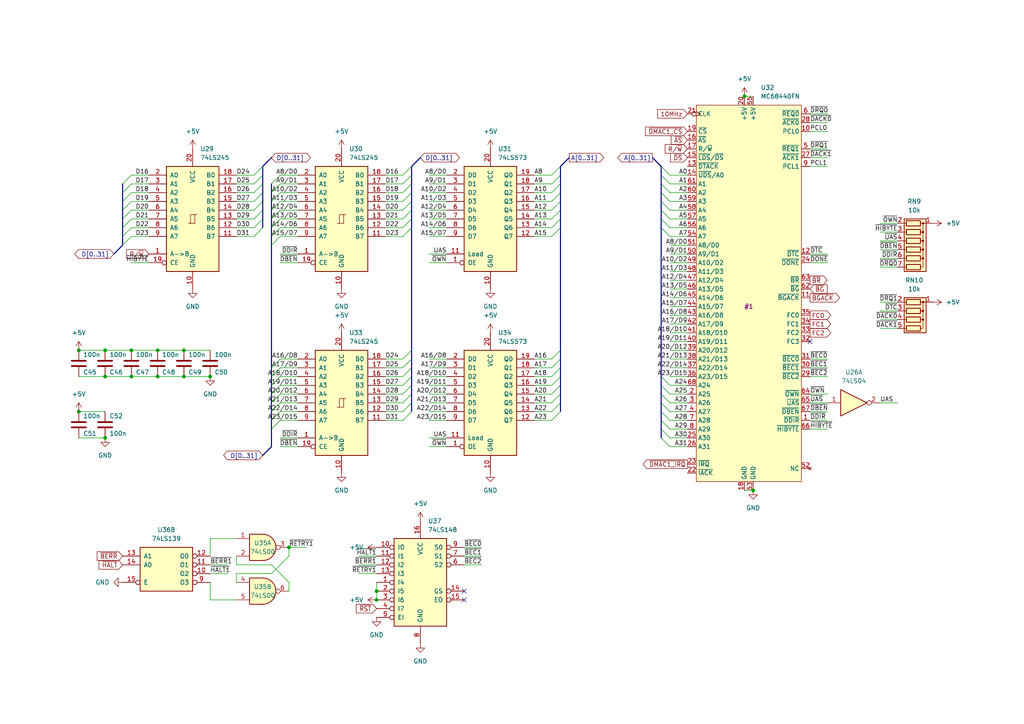
<source format=kicad_sch>
(kicad_sch (version 20230121) (generator eeschema)
  (paper "A4")
  (junction (at 30.48 101.6))
  (junction (at 30.48 127))
  (junction (at 83.82 158.75))
  (junction (at 109.22 171.45))
  (junction (at 38.1 109.22))
  (junction (at 45.72 109.22))
  (junction (at 109.22 173.99))
  (junction (at 45.72 101.6))
  (junction (at 22.86 119.38))
  (junction (at 30.48 109.22))
  (junction (at 218.44 142.24))
  (junction (at 53.34 109.22))
  (junction (at 215.9 27.94))
  (junction (at 53.34 101.6))
  (junction (at 22.86 101.6))
  (junction (at 60.96 109.22))
  (junction (at 38.1 101.6))
  (no_connect (at 134.62 173.99))
  (no_connect (at 234.95 99.06))
  (no_connect (at 134.62 171.45))
  (bus_entry (at 73.66 63.5) (size 2.54 -2.54))
  (bus_entry (at 81.28 66.04) (size -2.54 2.54))
  (bus_entry (at 81.28 119.38) (size -2.54 2.54))
  (bus_entry (at 81.28 114.3) (size -2.54 2.54))
  (bus_entry (at 160.02 63.5) (size 2.54 -2.54))
  (bus_entry (at 160.02 60.96) (size 2.54 -2.54))
  (bus_entry (at 81.28 60.96) (size -2.54 2.54))
  (bus_entry (at 116.84 53.34) (size 2.54 -2.54))
  (bus_entry (at 160.02 106.68) (size 2.54 -2.54))
  (bus_entry (at 116.84 66.04) (size 2.54 -2.54))
  (bus_entry (at 194.31 127) (size -2.54 -2.54))
  (bus_entry (at 81.28 111.76) (size -2.54 2.54))
  (bus_entry (at 160.02 55.88) (size 2.54 -2.54))
  (bus_entry (at 194.31 129.54) (size -2.54 -2.54))
  (bus_entry (at 73.66 58.42) (size 2.54 -2.54))
  (bus_entry (at 194.31 119.38) (size -2.54 -2.54))
  (bus_entry (at 116.84 106.68) (size 2.54 -2.54))
  (bus_entry (at 81.28 109.22) (size -2.54 2.54))
  (bus_entry (at 38.1 55.88) (size -2.54 2.54))
  (bus_entry (at 116.84 50.8) (size 2.54 -2.54))
  (bus_entry (at 194.31 114.3) (size -2.54 -2.54))
  (bus_entry (at 73.66 68.58) (size 2.54 -2.54))
  (bus_entry (at 116.84 116.84) (size 2.54 -2.54))
  (bus_entry (at 116.84 109.22) (size 2.54 -2.54))
  (bus_entry (at 38.1 53.34) (size -2.54 2.54))
  (bus_entry (at 81.28 68.58) (size -2.54 2.54))
  (bus_entry (at 194.31 124.46) (size -2.54 -2.54))
  (bus_entry (at 38.1 66.04) (size -2.54 2.54))
  (bus_entry (at 81.28 106.68) (size -2.54 2.54))
  (bus_entry (at 194.31 58.42) (size -2.54 -2.54))
  (bus_entry (at 116.84 60.96) (size 2.54 -2.54))
  (bus_entry (at 116.84 63.5) (size 2.54 -2.54))
  (bus_entry (at 160.02 116.84) (size 2.54 -2.54))
  (bus_entry (at 81.28 104.14) (size -2.54 2.54))
  (bus_entry (at 81.28 50.8) (size -2.54 2.54))
  (bus_entry (at 194.31 53.34) (size -2.54 -2.54))
  (bus_entry (at 160.02 53.34) (size 2.54 -2.54))
  (bus_entry (at 116.84 68.58) (size 2.54 -2.54))
  (bus_entry (at 194.31 55.88) (size -2.54 -2.54))
  (bus_entry (at 160.02 66.04) (size 2.54 -2.54))
  (bus_entry (at 116.84 55.88) (size 2.54 -2.54))
  (bus_entry (at 194.31 111.76) (size -2.54 -2.54))
  (bus_entry (at 194.31 68.58) (size -2.54 -2.54))
  (bus_entry (at 81.28 121.92) (size -2.54 2.54))
  (bus_entry (at 38.1 50.8) (size -2.54 2.54))
  (bus_entry (at 116.84 119.38) (size 2.54 -2.54))
  (bus_entry (at 116.84 121.92) (size 2.54 -2.54))
  (bus_entry (at 194.31 116.84) (size -2.54 -2.54))
  (bus_entry (at 81.28 116.84) (size -2.54 2.54))
  (bus_entry (at 38.1 60.96) (size -2.54 2.54))
  (bus_entry (at 116.84 58.42) (size 2.54 -2.54))
  (bus_entry (at 160.02 50.8) (size 2.54 -2.54))
  (bus_entry (at 160.02 58.42) (size 2.54 -2.54))
  (bus_entry (at 160.02 109.22) (size 2.54 -2.54))
  (bus_entry (at 160.02 68.58) (size 2.54 -2.54))
  (bus_entry (at 38.1 63.5) (size -2.54 2.54))
  (bus_entry (at 194.31 50.8) (size -2.54 -2.54))
  (bus_entry (at 73.66 66.04) (size 2.54 -2.54))
  (bus_entry (at 116.84 114.3) (size 2.54 -2.54))
  (bus_entry (at 194.31 121.92) (size -2.54 -2.54))
  (bus_entry (at 160.02 111.76) (size 2.54 -2.54))
  (bus_entry (at 116.84 111.76) (size 2.54 -2.54))
  (bus_entry (at 73.66 53.34) (size 2.54 -2.54))
  (bus_entry (at 38.1 68.58) (size -2.54 2.54))
  (bus_entry (at 160.02 119.38) (size 2.54 -2.54))
  (bus_entry (at 38.1 58.42) (size -2.54 2.54))
  (bus_entry (at 81.28 53.34) (size -2.54 2.54))
  (bus_entry (at 160.02 114.3) (size 2.54 -2.54))
  (bus_entry (at 194.31 63.5) (size -2.54 -2.54))
  (bus_entry (at 73.66 55.88) (size 2.54 -2.54))
  (bus_entry (at 160.02 104.14) (size 2.54 -2.54))
  (bus_entry (at 116.84 104.14) (size 2.54 -2.54))
  (bus_entry (at 194.31 60.96) (size -2.54 -2.54))
  (bus_entry (at 81.28 55.88) (size -2.54 2.54))
  (bus_entry (at 194.31 66.04) (size -2.54 -2.54))
  (bus_entry (at 73.66 50.8) (size 2.54 -2.54))
  (bus_entry (at 81.28 58.42) (size -2.54 2.54))
  (bus_entry (at 81.28 63.5) (size -2.54 2.54))
  (bus_entry (at 160.02 121.92) (size 2.54 -2.54))
  (bus_entry (at 73.66 60.96) (size 2.54 -2.54))
  (wire (pts (xy 255.27 74.93) (xy 260.35 74.93)))
  (wire (pts (xy 160.02 116.84) (xy 154.94 116.84)))
  (wire (pts (xy 194.31 121.92) (xy 199.39 121.92)))
  (bus (pts (xy 162.56 55.88) (xy 162.56 53.34)))
  (bus (pts (xy 78.74 71.12) (xy 78.74 106.68)))
  (wire (pts (xy 160.02 109.22) (xy 154.94 109.22)))
  (bus (pts (xy 162.56 111.76) (xy 162.56 109.22)))
  (wire (pts (xy 124.46 111.76) (xy 129.54 111.76)))
  (wire (pts (xy 45.72 109.22) (xy 53.34 109.22)))
  (bus (pts (xy 162.56 119.38) (xy 162.56 116.84)))
  (wire (pts (xy 124.46 73.66) (xy 129.54 73.66)))
  (wire (pts (xy 194.31 73.66) (xy 199.39 73.66)))
  (wire (pts (xy 154.94 121.92) (xy 160.02 121.92)))
  (wire (pts (xy 194.31 66.04) (xy 199.39 66.04)))
  (wire (pts (xy 194.31 78.74) (xy 199.39 78.74)))
  (wire (pts (xy 81.28 119.38) (xy 86.36 119.38)))
  (bus (pts (xy 119.38 104.14) (xy 119.38 101.6)))
  (wire (pts (xy 81.28 76.2) (xy 86.36 76.2)))
  (bus (pts (xy 191.77 124.46) (xy 191.77 121.92)))
  (wire (pts (xy 194.31 127) (xy 199.39 127)))
  (wire (pts (xy 38.1 50.8) (xy 43.18 50.8)))
  (wire (pts (xy 255.27 67.31) (xy 260.35 67.31)))
  (wire (pts (xy 160.02 63.5) (xy 154.94 63.5)))
  (wire (pts (xy 60.96 156.21) (xy 68.58 156.21)))
  (wire (pts (xy 160.02 104.14) (xy 154.94 104.14)))
  (wire (pts (xy 104.14 161.29) (xy 109.22 161.29)))
  (bus (pts (xy 191.77 111.76) (xy 191.77 109.22)))
  (wire (pts (xy 116.84 68.58) (xy 111.76 68.58)))
  (bus (pts (xy 191.77 53.34) (xy 191.77 50.8)))
  (wire (pts (xy 124.46 53.34) (xy 129.54 53.34)))
  (wire (pts (xy 81.28 116.84) (xy 86.36 116.84)))
  (wire (pts (xy 81.28 106.68) (xy 86.36 106.68)))
  (wire (pts (xy 240.03 116.84) (xy 234.95 116.84)))
  (wire (pts (xy 81.28 53.34) (xy 86.36 53.34)))
  (wire (pts (xy 160.02 55.88) (xy 154.94 55.88)))
  (wire (pts (xy 194.31 68.58) (xy 199.39 68.58)))
  (wire (pts (xy 194.31 58.42) (xy 199.39 58.42)))
  (bus (pts (xy 162.56 109.22) (xy 162.56 106.68)))
  (wire (pts (xy 38.1 63.5) (xy 43.18 63.5)))
  (bus (pts (xy 119.38 53.34) (xy 119.38 50.8)))
  (wire (pts (xy 124.46 76.2) (xy 129.54 76.2)))
  (wire (pts (xy 60.96 168.91) (xy 60.96 173.99)))
  (bus (pts (xy 76.2 63.5) (xy 76.2 60.96)))
  (wire (pts (xy 194.31 93.98) (xy 199.39 93.98)))
  (bus (pts (xy 191.77 121.92) (xy 191.77 119.38)))
  (bus (pts (xy 191.77 119.38) (xy 191.77 116.84)))
  (bus (pts (xy 119.38 50.8) (xy 119.38 48.26)))
  (wire (pts (xy 240.03 121.92) (xy 234.95 121.92)))
  (wire (pts (xy 194.31 60.96) (xy 199.39 60.96)))
  (wire (pts (xy 240.03 106.68) (xy 234.95 106.68)))
  (wire (pts (xy 109.22 173.99) (xy 109.22 171.45)))
  (wire (pts (xy 240.03 114.3) (xy 234.95 114.3)))
  (wire (pts (xy 109.22 171.45) (xy 109.22 168.91)))
  (bus (pts (xy 76.2 50.8) (xy 76.2 48.26)))
  (wire (pts (xy 73.66 50.8) (xy 68.58 50.8)))
  (wire (pts (xy 240.03 43.18) (xy 234.95 43.18)))
  (wire (pts (xy 194.31 86.36) (xy 199.39 86.36)))
  (bus (pts (xy 76.2 132.08) (xy 78.74 129.54)))
  (bus (pts (xy 35.56 63.5) (xy 35.56 66.04)))
  (wire (pts (xy 124.46 58.42) (xy 129.54 58.42)))
  (wire (pts (xy 240.03 35.56) (xy 234.95 35.56)))
  (wire (pts (xy 124.46 121.92) (xy 129.54 121.92)))
  (wire (pts (xy 255.27 69.85) (xy 260.35 69.85)))
  (wire (pts (xy 240.03 73.66) (xy 234.95 73.66)))
  (wire (pts (xy 124.46 106.68) (xy 129.54 106.68)))
  (bus (pts (xy 35.56 66.04) (xy 35.56 68.58)))
  (wire (pts (xy 194.31 63.5) (xy 199.39 63.5)))
  (wire (pts (xy 255.27 92.71) (xy 260.35 92.71)))
  (wire (pts (xy 255.27 95.25) (xy 260.35 95.25)))
  (wire (pts (xy 139.7 158.75) (xy 134.62 158.75)))
  (wire (pts (xy 160.02 119.38) (xy 154.94 119.38)))
  (bus (pts (xy 78.74 111.76) (xy 78.74 114.3)))
  (wire (pts (xy 68.58 161.29) (xy 68.58 163.83)))
  (wire (pts (xy 116.84 50.8) (xy 111.76 50.8)))
  (wire (pts (xy 81.28 68.58) (xy 86.36 68.58)))
  (wire (pts (xy 22.86 119.38) (xy 30.48 119.38)))
  (wire (pts (xy 116.84 119.38) (xy 111.76 119.38)))
  (wire (pts (xy 38.1 109.22) (xy 45.72 109.22)))
  (wire (pts (xy 194.31 129.54) (xy 199.39 129.54)))
  (bus (pts (xy 162.56 58.42) (xy 162.56 55.88)))
  (bus (pts (xy 162.56 106.68) (xy 162.56 104.14)))
  (wire (pts (xy 73.66 60.96) (xy 68.58 60.96)))
  (wire (pts (xy 124.46 114.3) (xy 129.54 114.3)))
  (wire (pts (xy 38.1 66.04) (xy 43.18 66.04)))
  (wire (pts (xy 78.74 166.37) (xy 83.82 161.29)))
  (bus (pts (xy 35.56 60.96) (xy 35.56 63.5)))
  (wire (pts (xy 38.1 55.88) (xy 43.18 55.88)))
  (wire (pts (xy 81.28 50.8) (xy 86.36 50.8)))
  (bus (pts (xy 162.56 101.6) (xy 162.56 66.04)))
  (wire (pts (xy 124.46 104.14) (xy 129.54 104.14)))
  (wire (pts (xy 60.96 173.99) (xy 68.58 173.99)))
  (wire (pts (xy 194.31 106.68) (xy 199.39 106.68)))
  (bus (pts (xy 78.74 68.58) (xy 78.74 71.12)))
  (bus (pts (xy 119.38 106.68) (xy 119.38 104.14)))
  (wire (pts (xy 194.31 96.52) (xy 199.39 96.52)))
  (wire (pts (xy 22.86 101.6) (xy 30.48 101.6)))
  (wire (pts (xy 116.84 116.84) (xy 111.76 116.84)))
  (wire (pts (xy 124.46 63.5) (xy 129.54 63.5)))
  (wire (pts (xy 116.84 104.14) (xy 111.76 104.14)))
  (wire (pts (xy 194.31 101.6) (xy 199.39 101.6)))
  (wire (pts (xy 124.46 116.84) (xy 129.54 116.84)))
  (wire (pts (xy 255.27 64.77) (xy 260.35 64.77)))
  (bus (pts (xy 162.56 66.04) (xy 162.56 63.5)))
  (wire (pts (xy 104.14 163.83) (xy 109.22 163.83)))
  (wire (pts (xy 240.03 76.2) (xy 234.95 76.2)))
  (wire (pts (xy 81.28 73.66) (xy 86.36 73.66)))
  (bus (pts (xy 119.38 109.22) (xy 119.38 106.68)))
  (bus (pts (xy 162.56 104.14) (xy 162.56 101.6)))
  (bus (pts (xy 121.92 45.72) (xy 119.38 48.26)))
  (wire (pts (xy 194.31 99.06) (xy 199.39 99.06)))
  (bus (pts (xy 191.77 48.26) (xy 189.23 45.72)))
  (bus (pts (xy 76.2 58.42) (xy 76.2 55.88)))
  (wire (pts (xy 139.7 163.83) (xy 134.62 163.83)))
  (wire (pts (xy 194.31 119.38) (xy 199.39 119.38)))
  (wire (pts (xy 73.66 58.42) (xy 68.58 58.42)))
  (bus (pts (xy 78.74 63.5) (xy 78.74 66.04)))
  (wire (pts (xy 22.86 127) (xy 30.48 127)))
  (wire (pts (xy 68.58 163.83) (xy 78.74 163.83)))
  (wire (pts (xy 240.03 124.46) (xy 234.95 124.46)))
  (bus (pts (xy 78.74 109.22) (xy 78.74 111.76)))
  (wire (pts (xy 124.46 127) (xy 129.54 127)))
  (bus (pts (xy 78.74 58.42) (xy 78.74 60.96)))
  (wire (pts (xy 73.66 68.58) (xy 68.58 68.58)))
  (wire (pts (xy 240.03 109.22) (xy 234.95 109.22)))
  (bus (pts (xy 35.56 58.42) (xy 35.56 60.96)))
  (wire (pts (xy 240.03 48.26) (xy 234.95 48.26)))
  (wire (pts (xy 194.31 50.8) (xy 199.39 50.8)))
  (wire (pts (xy 81.28 109.22) (xy 86.36 109.22)))
  (wire (pts (xy 255.27 87.63) (xy 260.35 87.63)))
  (bus (pts (xy 162.56 53.34) (xy 162.56 50.8)))
  (wire (pts (xy 116.84 53.34) (xy 111.76 53.34)))
  (bus (pts (xy 78.74 124.46) (xy 78.74 129.54)))
  (bus (pts (xy 119.38 60.96) (xy 119.38 58.42)))
  (wire (pts (xy 124.46 109.22) (xy 129.54 109.22)))
  (bus (pts (xy 162.56 63.5) (xy 162.56 60.96)))
  (wire (pts (xy 116.84 63.5) (xy 111.76 63.5)))
  (wire (pts (xy 30.48 101.6) (xy 38.1 101.6)))
  (bus (pts (xy 119.38 114.3) (xy 119.38 111.76)))
  (wire (pts (xy 116.84 106.68) (xy 111.76 106.68)))
  (wire (pts (xy 160.02 53.34) (xy 154.94 53.34)))
  (bus (pts (xy 119.38 116.84) (xy 119.38 114.3)))
  (wire (pts (xy 116.84 60.96) (xy 111.76 60.96)))
  (wire (pts (xy 81.28 127) (xy 86.36 127)))
  (wire (pts (xy 73.66 55.88) (xy 68.58 55.88)))
  (bus (pts (xy 78.74 116.84) (xy 78.74 119.38)))
  (bus (pts (xy 35.56 53.34) (xy 35.56 55.88)))
  (bus (pts (xy 119.38 58.42) (xy 119.38 55.88)))
  (bus (pts (xy 119.38 55.88) (xy 119.38 53.34)))
  (bus (pts (xy 33.02 73.66) (xy 35.56 71.12)))
  (wire (pts (xy 160.02 106.68) (xy 154.94 106.68)))
  (wire (pts (xy 124.46 50.8) (xy 129.54 50.8)))
  (wire (pts (xy 194.31 76.2) (xy 199.39 76.2)))
  (wire (pts (xy 194.31 124.46) (xy 199.39 124.46)))
  (wire (pts (xy 240.03 119.38) (xy 234.95 119.38)))
  (wire (pts (xy 194.31 91.44) (xy 199.39 91.44)))
  (wire (pts (xy 73.66 53.34) (xy 68.58 53.34)))
  (wire (pts (xy 81.28 121.92) (xy 86.36 121.92)))
  (wire (pts (xy 215.9 27.94) (xy 218.44 27.94)))
  (bus (pts (xy 191.77 114.3) (xy 191.77 111.76)))
  (wire (pts (xy 81.28 129.54) (xy 86.36 129.54)))
  (bus (pts (xy 162.56 116.84) (xy 162.56 114.3)))
  (bus (pts (xy 119.38 66.04) (xy 119.38 63.5)))
  (wire (pts (xy 53.34 109.22) (xy 60.96 109.22)))
  (wire (pts (xy 160.02 68.58) (xy 154.94 68.58)))
  (wire (pts (xy 73.66 66.04) (xy 68.58 66.04)))
  (wire (pts (xy 194.31 53.34) (xy 199.39 53.34)))
  (wire (pts (xy 124.46 129.54) (xy 129.54 129.54)))
  (bus (pts (xy 191.77 63.5) (xy 191.77 66.04)))
  (wire (pts (xy 81.28 55.88) (xy 86.36 55.88)))
  (bus (pts (xy 78.74 55.88) (xy 78.74 58.42)))
  (bus (pts (xy 35.56 68.58) (xy 35.56 71.12)))
  (wire (pts (xy 124.46 60.96) (xy 129.54 60.96)))
  (wire (pts (xy 160.02 60.96) (xy 154.94 60.96)))
  (bus (pts (xy 78.74 45.72) (xy 76.2 48.26)))
  (wire (pts (xy 81.28 104.14) (xy 86.36 104.14)))
  (bus (pts (xy 162.56 60.96) (xy 162.56 58.42)))
  (wire (pts (xy 160.02 50.8) (xy 154.94 50.8)))
  (wire (pts (xy 60.96 166.37) (xy 66.04 166.37)))
  (wire (pts (xy 38.1 76.2) (xy 43.18 76.2)))
  (wire (pts (xy 68.58 166.37) (xy 68.58 168.91)))
  (wire (pts (xy 194.31 109.22) (xy 199.39 109.22)))
  (bus (pts (xy 191.77 66.04) (xy 191.77 109.22)))
  (bus (pts (xy 76.2 55.88) (xy 76.2 53.34)))
  (wire (pts (xy 81.28 114.3) (xy 86.36 114.3)))
  (wire (pts (xy 260.35 116.84) (xy 255.27 116.84)))
  (wire (pts (xy 116.84 58.42) (xy 111.76 58.42)))
  (wire (pts (xy 124.46 119.38) (xy 129.54 119.38)))
  (wire (pts (xy 124.46 66.04) (xy 129.54 66.04)))
  (bus (pts (xy 162.56 50.8) (xy 162.56 48.26)))
  (wire (pts (xy 81.28 111.76) (xy 86.36 111.76)))
  (bus (pts (xy 78.74 53.34) (xy 78.74 55.88)))
  (bus (pts (xy 162.56 114.3) (xy 162.56 111.76)))
  (wire (pts (xy 38.1 53.34) (xy 43.18 53.34)))
  (wire (pts (xy 53.34 101.6) (xy 60.96 101.6)))
  (wire (pts (xy 45.72 101.6) (xy 53.34 101.6)))
  (wire (pts (xy 194.31 71.12) (xy 199.39 71.12)))
  (bus (pts (xy 119.38 111.76) (xy 119.38 109.22)))
  (wire (pts (xy 260.35 90.17) (xy 255.27 90.17)))
  (bus (pts (xy 78.74 114.3) (xy 78.74 116.84)))
  (wire (pts (xy 116.84 121.92) (xy 111.76 121.92)))
  (wire (pts (xy 83.82 158.75) (xy 83.82 161.29)))
  (wire (pts (xy 240.03 38.1) (xy 234.95 38.1)))
  (wire (pts (xy 194.31 104.14) (xy 199.39 104.14)))
  (wire (pts (xy 160.02 111.76) (xy 154.94 111.76)))
  (bus (pts (xy 191.77 127) (xy 191.77 124.46)))
  (bus (pts (xy 76.2 53.34) (xy 76.2 50.8)))
  (wire (pts (xy 116.84 109.22) (xy 111.76 109.22)))
  (wire (pts (xy 81.28 60.96) (xy 86.36 60.96)))
  (bus (pts (xy 191.77 55.88) (xy 191.77 53.34)))
  (wire (pts (xy 255.27 72.39) (xy 260.35 72.39)))
  (bus (pts (xy 76.2 60.96) (xy 76.2 58.42)))
  (wire (pts (xy 83.82 168.91) (xy 83.82 171.45)))
  (bus (pts (xy 191.77 116.84) (xy 191.77 114.3)))
  (wire (pts (xy 116.84 66.04) (xy 111.76 66.04)))
  (wire (pts (xy 38.1 60.96) (xy 43.18 60.96)))
  (wire (pts (xy 81.28 63.5) (xy 86.36 63.5)))
  (wire (pts (xy 124.46 55.88) (xy 129.54 55.88)))
  (wire (pts (xy 194.31 111.76) (xy 199.39 111.76)))
  (wire (pts (xy 160.02 114.3) (xy 154.94 114.3)))
  (wire (pts (xy 88.9 158.75) (xy 83.82 158.75)))
  (wire (pts (xy 194.31 55.88) (xy 199.39 55.88)))
  (bus (pts (xy 119.38 101.6) (xy 119.38 66.04)))
  (wire (pts (xy 22.86 109.22) (xy 30.48 109.22)))
  (bus (pts (xy 78.74 119.38) (xy 78.74 121.92)))
  (wire (pts (xy 160.02 66.04) (xy 154.94 66.04)))
  (wire (pts (xy 78.74 163.83) (xy 83.82 168.91)))
  (wire (pts (xy 194.31 88.9) (xy 199.39 88.9)))
  (wire (pts (xy 68.58 166.37) (xy 78.74 166.37)))
  (bus (pts (xy 78.74 121.92) (xy 78.74 124.46)))
  (wire (pts (xy 194.31 81.28) (xy 199.39 81.28)))
  (wire (pts (xy 38.1 101.6) (xy 45.72 101.6)))
  (wire (pts (xy 81.28 58.42) (xy 86.36 58.42)))
  (wire (pts (xy 160.02 58.42) (xy 154.94 58.42)))
  (wire (pts (xy 60.96 163.83) (xy 66.04 163.83)))
  (bus (pts (xy 35.56 55.88) (xy 35.56 58.42)))
  (bus (pts (xy 191.77 63.5) (xy 191.77 60.96)))
  (wire (pts (xy 81.28 66.04) (xy 86.36 66.04)))
  (wire (pts (xy 116.84 111.76) (xy 111.76 111.76)))
  (wire (pts (xy 30.48 109.22) (xy 38.1 109.22)))
  (wire (pts (xy 116.84 55.88) (xy 111.76 55.88)))
  (bus (pts (xy 119.38 119.38) (xy 119.38 116.84)))
  (wire (pts (xy 240.03 45.72) (xy 234.95 45.72)))
  (wire (pts (xy 194.31 83.82) (xy 199.39 83.82)))
  (bus (pts (xy 191.77 58.42) (xy 191.77 55.88)))
  (wire (pts (xy 194.31 114.3) (xy 199.39 114.3)))
  (wire (pts (xy 73.66 63.5) (xy 68.58 63.5)))
  (wire (pts (xy 240.03 104.14) (xy 234.95 104.14)))
  (wire (pts (xy 124.46 68.58) (xy 129.54 68.58)))
  (wire (pts (xy 38.1 58.42) (xy 43.18 58.42)))
  (bus (pts (xy 119.38 63.5) (xy 119.38 60.96)))
  (wire (pts (xy 218.44 142.24) (xy 215.9 142.24)))
  (bus (pts (xy 191.77 50.8) (xy 191.77 48.26)))
  (bus (pts (xy 191.77 60.96) (xy 191.77 58.42)))
  (wire (pts (xy 38.1 68.58) (xy 43.18 68.58)))
  (bus (pts (xy 76.2 66.04) (xy 76.2 63.5)))
  (bus (pts (xy 78.74 106.68) (xy 78.74 109.22)))
  (wire (pts (xy 194.31 116.84) (xy 199.39 116.84)))
  (bus (pts (xy 78.74 60.96) (xy 78.74 63.5)))
  (wire (pts (xy 240.03 33.02) (xy 234.95 33.02)))
  (wire (pts (xy 139.7 161.29) (xy 134.62 161.29)))
  (wire (pts (xy 60.96 156.21) (xy 60.96 161.29)))
  (bus (pts (xy 162.56 48.26) (xy 165.1 45.72)))
  (wire (pts (xy 255.27 77.47) (xy 260.35 77.47)))
  (wire (pts (xy 104.14 166.37) (xy 109.22 166.37)))
  (bus (pts (xy 78.74 66.04) (xy 78.74 68.58)))
  (wire (pts (xy 116.84 114.3) (xy 111.76 114.3)))
  (label "A15{slash}D7" (at 199.39 88.9 180))
  (label "~{UAS}" (at 260.35 69.85 180))
  (label "A13{slash}D5" (at 86.36 63.5 180))
  (label "UAS" (at 129.54 127 180))
  (label "D21" (at 43.18 63.5 180))
  (label "D27" (at 68.58 58.42 0))
  (label "UAS" (at 255.27 116.84 0))
  (label "A21{slash}D13" (at 86.36 116.84 180))
  (label "A17" (at 154.94 106.68 0))
  (label "A31" (at 199.39 129.54 180))
  (label "A0" (at 199.39 50.8 180))
  (label "A19{slash}D11" (at 129.54 111.76 180))
  (label "~{DRQ1}" (at 260.35 87.63 180))
  (label "A16{slash}D8" (at 129.54 104.14 180))
  (label "A22" (at 154.94 119.38 0))
  (label "D18" (at 111.76 55.88 0))
  (label "A20{slash}D12" (at 199.39 101.6 180))
  (label "D17" (at 111.76 53.34 0))
  (label "A20{slash}D12" (at 86.36 114.3 180))
  (label "A23{slash}D15" (at 199.39 109.22 180))
  (label "A23" (at 154.94 121.92 0))
  (label "D25" (at 68.58 53.34 0))
  (label "~{HALT1}" (at 60.96 166.37 0))
  (label "A3" (at 199.39 58.42 180))
  (label "A19" (at 154.94 111.76 0))
  (label "~{DACK1}" (at 234.95 45.72 0))
  (label "D28" (at 68.58 60.96 0))
  (label "~{RETRY1}" (at 109.22 166.37 180))
  (label "D25" (at 111.76 106.68 0))
  (label "A11{slash}D3" (at 86.36 58.42 180))
  (label "~{OWN}" (at 129.54 76.2 180))
  (label "A21{slash}D13" (at 129.54 116.84 180))
  (label "~{BEC1}" (at 134.62 161.29 0))
  (label "~{OWN}" (at 234.95 114.3 0))
  (label "A13{slash}D5" (at 199.39 83.82 180))
  (label "A14{slash}D6" (at 86.36 66.04 180))
  (label "A9{slash}D1" (at 86.36 53.34 180))
  (label "~{DTC}" (at 234.95 73.66 0))
  (label "A24" (at 199.39 111.76 180))
  (label "D20" (at 111.76 60.96 0))
  (label "D16" (at 111.76 50.8 0))
  (label "A22{slash}D14" (at 86.36 119.38 180))
  (label "A18{slash}D10" (at 129.54 109.22 180))
  (label "D26" (at 68.58 55.88 0))
  (label "A18{slash}D10" (at 86.36 109.22 180))
  (label "D28" (at 111.76 114.3 0))
  (label "A25" (at 199.39 114.3 180))
  (label "A12{slash}D4" (at 86.36 60.96 180))
  (label "~{BERR1}" (at 109.22 163.83 180))
  (label "D27" (at 111.76 111.76 0))
  (label "D31" (at 68.58 68.58 0))
  (label "~{DRQ0}" (at 260.35 77.47 180))
  (label "~{RETRY1}" (at 83.82 158.75 0))
  (label "A12{slash}D4" (at 199.39 81.28 180))
  (label "~{HIBYTE}" (at 260.35 67.31 180))
  (label "A19{slash}D11" (at 199.39 99.06 180))
  (label "D16" (at 43.18 50.8 180))
  (label "~{DTC}" (at 260.35 90.17 180))
  (label "~{BEC2}" (at 134.62 163.83 0))
  (label "A30" (at 199.39 127 180))
  (label "~{UAS}" (at 234.95 116.84 0))
  (label "A12{slash}D4" (at 129.54 60.96 180))
  (label "A20{slash}D12" (at 129.54 114.3 180))
  (label "A17{slash}D9" (at 86.36 106.68 180))
  (label "D30" (at 111.76 119.38 0))
  (label "~{DACK0}" (at 260.35 92.71 180))
  (label "A21" (at 154.94 116.84 0))
  (label "A13" (at 154.94 63.5 0))
  (label "D24" (at 68.58 50.8 0))
  (label "A10{slash}D2" (at 199.39 76.2 180))
  (label "D23" (at 43.18 68.58 180))
  (label "D30" (at 68.58 66.04 0))
  (label "PCL1" (at 234.95 48.26 0))
  (label "~{HIBYTE}" (at 234.95 124.46 0))
  (label "A21{slash}D13" (at 199.39 104.14 180))
  (label "D18" (at 43.18 55.88 180))
  (label "A8{slash}D0" (at 199.39 71.12 180))
  (label "A15" (at 154.94 68.58 0))
  (label "A16{slash}D8" (at 86.36 104.14 180))
  (label "A14" (at 154.94 66.04 0))
  (label "A18{slash}D10" (at 199.39 96.52 180))
  (label "~{BEC0}" (at 234.95 104.14 0))
  (label "~{DDIR}" (at 234.95 121.92 0))
  (label "A6" (at 199.39 66.04 180))
  (label "A1" (at 199.39 53.34 180))
  (label "A19{slash}D11" (at 86.36 111.76 180))
  (label "~{DRQ0}" (at 234.95 33.02 0))
  (label "~{DRQ1}" (at 234.95 43.18 0))
  (label "~{DONE}" (at 234.95 76.2 0))
  (label "D31" (at 111.76 121.92 0))
  (label "D22" (at 43.18 66.04 180))
  (label "A17{slash}D9" (at 129.54 106.68 180))
  (label "A11{slash}D3" (at 129.54 58.42 180))
  (label "A10{slash}D2" (at 129.54 55.88 180))
  (label "A16" (at 154.94 104.14 0))
  (label "A9{slash}D1" (at 129.54 53.34 180))
  (label "D29" (at 68.58 63.5 0))
  (label "A16{slash}D8" (at 199.39 91.44 180))
  (label "A14{slash}D6" (at 199.39 86.36 180))
  (label "A7" (at 199.39 68.58 180))
  (label "A15{slash}D7" (at 86.36 68.58 180))
  (label "A9{slash}D1" (at 199.39 73.66 180))
  (label "D24" (at 111.76 104.14 0))
  (label "A8" (at 154.94 50.8 0))
  (label "~{HALT1}" (at 109.22 161.29 180))
  (label "~{HIBYTE}" (at 43.18 76.2 180))
  (label "~{BEC0}" (at 134.62 158.75 0))
  (label "~{DBEN}" (at 86.36 76.2 180))
  (label "A22{slash}D14" (at 199.39 106.68 180))
  (label "A29" (at 199.39 124.46 180))
  (label "D29" (at 111.76 116.84 0))
  (label "~{BERR1}" (at 60.96 163.83 0))
  (label "A11" (at 154.94 58.42 0))
  (label "A8{slash}D0" (at 86.36 50.8 180))
  (label "D19" (at 111.76 58.42 0))
  (label "~{DBEN}" (at 260.35 72.39 180))
  (label "~{OWN}" (at 129.54 129.54 180))
  (label "~{DBEN}" (at 86.36 129.54 180))
  (label "D22" (at 111.76 66.04 0))
  (label "A2" (at 199.39 55.88 180))
  (label "A15{slash}D7" (at 129.54 68.58 180))
  (label "A17{slash}D9" (at 199.39 93.98 180))
  (label "~{DDIR}" (at 86.36 127 180))
  (label "A28" (at 199.39 121.92 180))
  (label "A9" (at 154.94 53.34 0))
  (label "A5" (at 199.39 63.5 180))
  (label "PCL0" (at 234.95 38.1 0))
  (label "D19" (at 43.18 58.42 180))
  (label "D20" (at 43.18 60.96 180))
  (label "A27" (at 199.39 119.38 180))
  (label "D17" (at 43.18 53.34 180))
  (label "~{DACK0}" (at 234.95 35.56 0))
  (label "A22{slash}D14" (at 129.54 119.38 180))
  (label "A23{slash}D15" (at 129.54 121.92 180))
  (label "D26" (at 111.76 109.22 0))
  (label "A13{slash}D5" (at 129.54 63.5 180))
  (label "A14{slash}D6" (at 129.54 66.04 180))
  (label "A11{slash}D3" (at 199.39 78.74 180))
  (label "A4" (at 199.39 60.96 180))
  (label "~{DBEN}" (at 234.95 119.38 0))
  (label "A12" (at 154.94 60.96 0))
  (label "A10" (at 154.94 55.88 0))
  (label "A8{slash}D0" (at 129.54 50.8 180))
  (label "D23" (at 111.76 68.58 0))
  (label "A18" (at 154.94 109.22 0))
  (label "A23{slash}D15" (at 86.36 121.92 180))
  (label "A10{slash}D2" (at 86.36 55.88 180))
  (label "D21" (at 111.76 63.5 0))
  (label "~{OWN}" (at 260.35 64.77 180))
  (label "~{BEC1}" (at 234.95 106.68 0))
  (label "~{BEC2}" (at 234.95 109.22 0))
  (label "~{DACK1}" (at 260.35 95.25 180))
  (label "A20" (at 154.94 114.3 0))
  (label "~{DDIR}" (at 86.36 73.66 180))
  (label "UAS" (at 129.54 73.66 180))
  (label "~{DDIR}" (at 260.35 74.93 180))
  (label "A26" (at 199.39 116.84 180))
  (global_label "D[0..31]" (shape bidirectional) (at 76.2 132.08 180) (property "Intersheetrefs" "${INTERSHEET_REFS}" (effects hide)))
  (global_label "R{slash}~{W}" (shape input) (at 199.39 43.18 180) (property "Intersheetrefs" "${INTERSHEET_REFS}" (effects hide)))
  (global_label "A[0..31]" (shape output) (at 189.23 45.72 180) (property "Intersheetrefs" "${INTERSHEET_REFS}" (effects hide)))
  (global_label "~{DMAC1_CS}" (shape input) (at 199.39 38.1 180) (property "Intersheetrefs" "${INTERSHEET_REFS}" (effects hide)))
  (global_label "~{HALT}" (shape input) (at 35.56 163.83 180) (property "Intersheetrefs" "${INTERSHEET_REFS}" (effects hide)))
  (global_label "~{BR}" (shape output) (at 234.95 81.28 0) (property "Intersheetrefs" "${INTERSHEET_REFS}" (effects hide)))
  (global_label "~{DMAC1_IRQ}" (shape output) (at 199.39 134.62 180) (property "Intersheetrefs" "${INTERSHEET_REFS}" (effects hide)))
  (global_label "D[0..31]" (shape bidirectional) (at 78.74 45.72 0) (property "Intersheetrefs" "${INTERSHEET_REFS}" (effects hide)))
  (global_label "FC0" (shape output) (at 234.95 91.44 0) (property "Intersheetrefs" "${INTERSHEET_REFS}" (effects hide)))
  (global_label "FC2" (shape output) (at 234.95 96.52 0) (property "Intersheetrefs" "${INTERSHEET_REFS}" (effects hide)))
  (global_label "R{slash}~{W}" (shape input) (at 43.18 73.66 180) (property "Intersheetrefs" "${INTERSHEET_REFS}" (effects hide)))
  (global_label "10MHz" (shape input) (at 199.39 33.02 180) (property "Intersheetrefs" "${INTERSHEET_REFS}" (effects hide)))
  (global_label "D[0..31]" (shape bidirectional) (at 33.02 73.66 180) (property "Intersheetrefs" "${INTERSHEET_REFS}" (effects hide)))
  (global_label "~{DS}" (shape input) (at 199.39 45.72 180) (property "Intersheetrefs" "${INTERSHEET_REFS}" (effects hide)))
  (global_label "~{BERR}" (shape input) (at 35.56 161.29 180) (property "Intersheetrefs" "${INTERSHEET_REFS}" (effects hide)))
  (global_label "FC1" (shape output) (at 234.95 93.98 0) (property "Intersheetrefs" "${INTERSHEET_REFS}" (effects hide)))
  (global_label "~{BG}" (shape input) (at 234.95 83.82 0) (property "Intersheetrefs" "${INTERSHEET_REFS}" (effects hide)))
  (global_label "~{RST}" (shape input) (at 109.22 176.53 180) (property "Intersheetrefs" "${INTERSHEET_REFS}" (effects hide)))
  (global_label "A[0..31]" (shape output) (at 165.1 45.72 0) (property "Intersheetrefs" "${INTERSHEET_REFS}" (effects hide)))
  (global_label "D[0..31]" (shape bidirectional) (at 121.92 45.72 0) (property "Intersheetrefs" "${INTERSHEET_REFS}" (effects hide)))
  (global_label "~{BGACK}" (shape output) (at 234.95 86.36 0) (property "Intersheetrefs" "${INTERSHEET_REFS}" (effects hide)))
  (global_label "~{AS}" (shape input) (at 199.39 40.64 180) (property "Intersheetrefs" "${INTERSHEET_REFS}" (effects hide)))
  (symbol (lib_id "power:GND") (at 99.06 83.82 0) (unit 1)
    (property "Reference" "#PWR0137" (effects hide))
    (property "Value" "GND" (at 99.06 88.9 0))
  )
  (symbol (lib_id "Device:C") (at 60.96 105.41 0) (mirror x) (unit 1)
    (property "Reference" "C50" (at 62.23 107.95 0) (effects (justify left)))
    (property "Value" "100n" (at 62.23 102.87 0) (effects (justify left)))
    (property "Footprint" "Capacitor_THT:C_Disc_D4.3mm_W1.9mm_P5.00mm" (effects hide))
  )
  (symbol (lib_id "Device:C") (at 45.72 105.41 0) (mirror x) (unit 1)
    (property "Reference" "C48" (at 46.99 107.95 0) (effects (justify left)))
    (property "Value" "100n" (at 46.99 102.87 0) (effects (justify left)))
    (property "Footprint" "Capacitor_THT:C_Disc_D4.3mm_W1.9mm_P5.00mm" (effects hide))
  )
  (symbol (lib_id "Device:C") (at 53.34 105.41 0) (mirror x) (unit 1)
    (property "Reference" "C49" (at 54.61 107.95 0) (effects (justify left)))
    (property "Value" "100n" (at 54.61 102.87 0) (effects (justify left)))
    (property "Footprint" "Capacitor_THT:C_Disc_D4.3mm_W1.9mm_P5.00mm" (effects hide))
  )
  (symbol (lib_id "Device:R_Network04") (at 265.43 92.71 270) (unit 1)
    (property "Reference" "RN10" (at 265.176 81.28 90))
    (property "Value" "10k" (at 265.176 83.82 90))
    (property "Footprint" "Resistor_THT:R_Array_SIP5" (effects hide))
    (property "Datasheet" "http://www.vishay.com/docs/31509/csc.pdf" (effects hide))
  )
  (symbol (lib_id "Device:C") (at 30.48 105.41 0) (mirror x) (unit 1)
    (property "Reference" "C46" (at 31.75 107.95 0) (effects (justify left)))
    (property "Value" "100n" (at 31.75 102.87 0) (effects (justify left)))
    (property "Footprint" "Capacitor_THT:C_Disc_D4.3mm_W1.9mm_P5.00mm" (effects hide))
  )
  (symbol (lib_id "power:GND") (at 121.92 186.69 0) (unit 1)
    (property "Reference" "#PWR0154" (effects hide))
    (property "Value" "GND" (at 121.92 191.77 0))
  )
  (symbol (lib_id "power:GND") (at 55.88 83.82 0) (unit 1)
    (property "Reference" "#PWR0136" (effects hide))
    (property "Value" "GND" (at 55.88 88.9 0))
  )
  (symbol (lib_id "74xx:74LS573") (at 142.24 63.5 0) (unit 1)
    (property "Reference" "U31" (at 144.4341 43.18 0) (effects (justify left)))
    (property "Value" "74LS573" (at 144.4341 45.72 0) (effects (justify left)))
    (property "Footprint" "Package_DIP:DIP-20_W7.62mm_Socket" (effects hide))
    (property "Datasheet" "74xx/74hc573.pdf" (effects hide))
  )
  (symbol (lib_id "m68k-hbc-ic:MC68440FN") (at 217.17 88.9 0) (unit 1)
    (property "Reference" "U32" (at 220.6341 25.4 0) (effects (justify left)))
    (property "Value" "MC68440FN" (at 220.6341 27.94 0) (effects (justify left)))
    (property "Footprint" "Package_LCC:PLCC-68_THT-Socket" (effects hide))
    (property "ID" "#1" (at 217.17 88.9 0))
  )
  (symbol (lib_id "power:+5V") (at 121.92 151.13 0) (unit 1)
    (property "Reference" "#PWR0149" (effects hide))
    (property "Value" "+5V" (at 121.92 146.05 0))
  )
  (symbol (lib_id "power:GND") (at 109.22 179.07 0) (unit 1)
    (property "Reference" "#PWR0153" (effects hide))
    (property "Value" "GND" (at 109.22 184.15 0))
  )
  (symbol (lib_id "power:GND") (at 60.96 109.22 0) (unit 1)
    (property "Reference" "#PWR0143" (effects hide))
    (property "Value" "GND" (at 60.96 114.3 0))
  )
  (symbol (lib_id "74xx:74LS245") (at 55.88 63.5 0) (unit 1)
    (property "Reference" "U29" (at 58.0741 43.18 0) (effects (justify left)))
    (property "Value" "74LS245" (at 58.0741 45.72 0) (effects (justify left)))
    (property "Footprint" "Package_DIP:DIP-20_W7.62mm_Socket" (effects hide))
    (property "Datasheet" "http://www.ti.com/lit/gpn/sn74LS245" (effects hide))
  )
  (symbol (lib_id "power:+5V") (at 99.06 96.52 0) (unit 1)
    (property "Reference" "#PWR0140" (effects hide))
    (property "Value" "+5V" (at 99.06 91.44 0))
  )
  (symbol (lib_id "power:+5V") (at 109.22 173.99 90) (unit 1)
    (property "Reference" "#PWR0152" (effects hide))
    (property "Value" "+5V" (at 105.41 173.99 90) (effects (justify left)))
  )
  (symbol (lib_id "power:+5V") (at 99.06 43.18 0) (unit 1)
    (property "Reference" "#PWR0133" (effects hide))
    (property "Value" "+5V" (at 99.06 38.1 0))
  )
  (symbol (lib_id "power:GND") (at 35.56 168.91 270) (unit 1)
    (property "Reference" "#PWR0151" (effects hide))
    (property "Value" "GND" (at 31.75 168.91 90) (effects (justify right)))
  )
  (symbol (lib_id "74xx:74LS573") (at 142.24 116.84 0) (unit 1)
    (property "Reference" "U34" (at 144.4341 96.52 0) (effects (justify left)))
    (property "Value" "74LS573" (at 144.4341 99.06 0) (effects (justify left)))
    (property "Footprint" "Package_DIP:DIP-20_W7.62mm_Socket" (effects hide))
    (property "Datasheet" "74xx/74hc573.pdf" (effects hide))
  )
  (symbol (lib_id "Device:R_Network06") (at 265.43 72.39 270) (unit 1)
    (property "Reference" "RN9" (at 265.176 58.42 90))
    (property "Value" "10k" (at 265.176 60.96 90))
    (property "Footprint" "Resistor_THT:R_Array_SIP7" (effects hide))
    (property "Datasheet" "http://www.vishay.com/docs/31509/csc.pdf" (effects hide))
  )
  (symbol (lib_id "power:+5V") (at 22.86 101.6 0) (unit 1)
    (property "Reference" "#PWR0142" (effects hide))
    (property "Value" "+5V" (at 22.86 96.52 0))
  )
  (symbol (lib_id "power:+5V") (at 109.22 158.75 90) (unit 1)
    (property "Reference" "#PWR0150" (effects hide))
    (property "Value" "+5V" (at 105.41 158.75 90) (effects (justify left)))
  )
  (symbol (lib_id "power:+5V") (at 22.86 119.38 0) (unit 1)
    (property "Reference" "#PWR0144" (effects hide))
    (property "Value" "+5V" (at 22.86 114.3 0))
  )
  (symbol (lib_id "74xx:74LS245") (at 99.06 116.84 0) (unit 1)
    (property "Reference" "U33" (at 101.2541 96.52 0) (effects (justify left)))
    (property "Value" "74LS245" (at 101.2541 99.06 0) (effects (justify left)))
    (property "Footprint" "Package_DIP:DIP-20_W7.62mm_Socket" (effects hide))
    (property "Datasheet" "http://www.ti.com/lit/gpn/sn74LS245" (effects hide))
  )
  (symbol (lib_id "Device:C") (at 22.86 105.41 0) (mirror x) (unit 1)
    (property "Reference" "C45" (at 24.13 107.95 0) (effects (justify left)))
    (property "Value" "100n" (at 24.13 102.87 0) (effects (justify left)))
    (property "Footprint" "Capacitor_THT:C_Disc_D4.3mm_W1.9mm_P5.00mm" (effects hide))
  )
  (symbol (lib_id "Device:C") (at 30.48 123.19 0) (unit 1)
    (property "Reference" "C52" (at 31.75 120.65 0) (effects (justify left)))
    (property "Value" "100n" (at 31.75 125.73 0) (effects (justify left)))
    (property "Footprint" "Capacitor_THT:C_Disc_D4.3mm_W1.9mm_P5.00mm" (effects hide))
  )
  (symbol (lib_id "power:GND") (at 142.24 137.16 0) (unit 1)
    (property "Reference" "#PWR0147" (effects hide))
    (property "Value" "GND" (at 142.24 142.24 0))
  )
  (symbol (lib_id "power:GND") (at 30.48 127 0) (unit 1)
    (property "Reference" "#PWR0145" (effects hide))
    (property "Value" "GND" (at 30.48 132.08 0))
  )
  (symbol (lib_id "power:+5V") (at 142.24 96.52 0) (unit 1)
    (property "Reference" "#PWR0141" (effects hide))
    (property "Value" "+5V" (at 142.24 91.44 0))
  )
  (symbol (lib_id "74xx:74LS148") (at 121.92 168.91 0) (unit 1)
    (property "Reference" "U37" (at 124.1141 151.13 0) (effects (justify left)))
    (property "Value" "74LS148" (at 124.1141 153.67 0) (effects (justify left)))
    (property "Footprint" "Package_DIP:DIP-16_W7.62mm_Socket" (effects hide))
    (property "Datasheet" "http://www.ti.com/lit/gpn/sn74LS148" (effects hide))
  )
  (symbol (lib_id "74xx:74LS00") (at 76.2 171.45 0) (unit 2)
    (property "Reference" "U35" (at 76.2 170.18 0))
    (property "Value" "74LS00" (at 76.2 172.72 0))
    (property "Footprint" "Package_DIP:DIP-14_W7.62mm_Socket" (effects hide))
    (property "Datasheet" "http://www.ti.com/lit/gpn/sn74ls00" (effects hide))
  )
  (symbol (lib_id "74xx:74LS00") (at 76.2 158.75 0) (unit 1)
    (property "Reference" "U35" (at 76.2 157.48 0))
    (property "Value" "74LS00" (at 76.2 160.02 0))
    (property "Footprint" "Package_DIP:DIP-14_W7.62mm_Socket" (effects hide))
    (property "Datasheet" "http://www.ti.com/lit/gpn/sn74ls00" (effects hide))
  )
  (symbol (lib_id "power:+5V") (at 270.51 87.63 270) (unit 1)
    (property "Reference" "#PWR0139" (effects hide))
    (property "Value" "+5V" (at 274.32 87.63 90) (effects (justify left)))
  )
  (symbol (lib_id "power:+5V") (at 55.88 43.18 0) (unit 1)
    (property "Reference" "#PWR0132" (effects hide))
    (property "Value" "+5V" (at 55.88 38.1 0))
  )
  (symbol (lib_id "Device:C") (at 38.1 105.41 0) (mirror x) (unit 1)
    (property "Reference" "C47" (at 39.37 107.95 0) (effects (justify left)))
    (property "Value" "100n" (at 39.37 102.87 0) (effects (justify left)))
    (property "Footprint" "Capacitor_THT:C_Disc_D4.3mm_W1.9mm_P5.00mm" (effects hide))
  )
  (symbol (lib_id "power:+5V") (at 270.51 64.77 270) (unit 1)
    (property "Reference" "#PWR0135" (effects hide))
    (property "Value" "+5V" (at 274.32 64.77 90) (effects (justify left)))
  )
  (symbol (lib_id "power:GND") (at 99.06 137.16 0) (unit 1)
    (property "Reference" "#PWR0146" (effects hide))
    (property "Value" "GND" (at 99.06 142.24 0))
  )
  (symbol (lib_id "power:+5V") (at 215.9 27.94 0) (unit 1)
    (property "Reference" "#PWR0131" (effects hide))
    (property "Value" "+5V" (at 215.9 22.86 0))
  )
  (symbol (lib_id "power:GND") (at 142.24 83.82 0) (unit 1)
    (property "Reference" "#PWR0138" (effects hide))
    (property "Value" "GND" (at 142.24 88.9 0))
  )
  (symbol (lib_id "74xx:74LS245") (at 99.06 63.5 0) (unit 1)
    (property "Reference" "U30" (at 101.2541 43.18 0) (effects (justify left)))
    (property "Value" "74LS245" (at 101.2541 45.72 0) (effects (justify left)))
    (property "Footprint" "Package_DIP:DIP-20_W7.62mm_Socket" (effects hide))
    (property "Datasheet" "http://www.ti.com/lit/gpn/sn74LS245" (effects hide))
  )
  (symbol (lib_id "74xx:74LS04") (at 247.65 116.84 0) (unit 1)
    (property "Reference" "U26" (at 247.65 107.95 0))
    (property "Value" "74LS04" (at 247.65 110.49 0))
    (property "Footprint" "Package_DIP:DIP-14_W7.62mm_Socket" (effects hide))
    (property "Datasheet" "http://www.ti.com/lit/gpn/sn74LS04" (effects hide))
  )
  (symbol (lib_id "Device:C") (at 22.86 123.19 0) (mirror x) (unit 1)
    (property "Reference" "C51" (at 24.13 125.73 0) (effects (justify left)))
    (property "Value" "100n" (at 24.13 120.65 0) (effects (justify left)))
    (property "Footprint" "Capacitor_THT:C_Disc_D4.3mm_W1.9mm_P5.00mm" (effects hide))
  )
  (symbol (lib_id "power:GND") (at 218.44 142.24 0) (unit 1)
    (property "Reference" "#PWR0148" (effects hide))
    (property "Value" "GND" (at 218.44 147.32 0))
  )
  (symbol (lib_id "74xx:74LS139") (at 48.26 163.83 0) (unit 2)
    (property "Reference" "U36" (at 48.26 153.67 0))
    (property "Value" "74LS139" (at 48.26 156.21 0))
    (property "Footprint" "Package_DIP:DIP-16_W7.62mm_Socket" (effects hide))
    (property "Datasheet" "http://www.ti.com/lit/ds/symlink/sn74ls139a.pdf" (effects hide))
  )
  (symbol (lib_id "power:+5V") (at 142.24 43.18 0) (unit 1)
    (property "Reference" "#PWR0134" (effects hide))
    (property "Value" "+5V" (at 142.24 38.1 0))
  )
)
</source>
